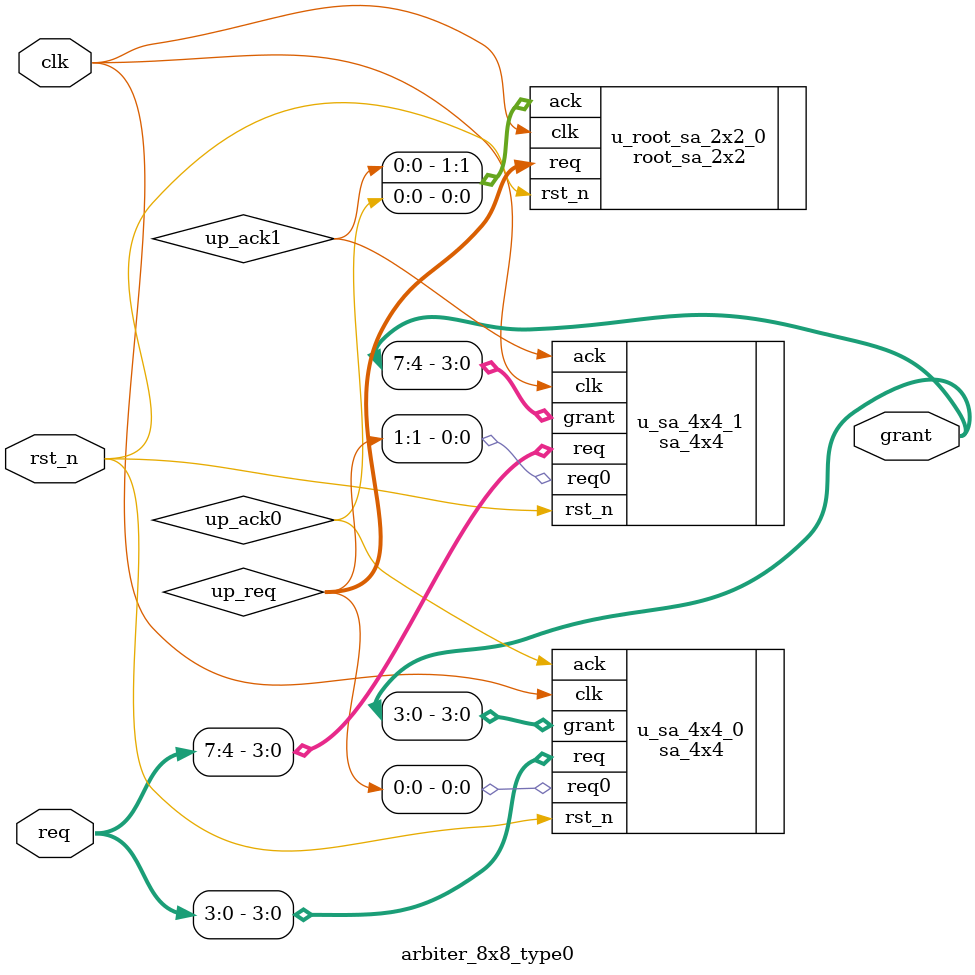
<source format=sv>

module arbiter_8x8_type0(
  input	       [7:0]	req,
  //input               ack,

  output logic [7:0]	grant,

  input		            clk,
  input		            rst_n
);

logic up_ack0, up_ack1;
logic [1:0] up_req;

sa_4x4 u_sa_4x4_0(
  .ack(up_ack0),
  .req(req[3:0]),

  .grant(grant[3:0]),
  .req0(up_req[0]),

  .clk,
  .rst_n
);

sa_4x4 u_sa_4x4_1(
  .ack(up_ack1),
  .req(req[7:4]),

  .grant(grant[7:4]),
  .req0(up_req[1]),

  .clk,
  .rst_n
);


root_sa_2x2 u_root_sa_2x2_0(
  .req(up_req),

  .ack({up_ack1,up_ack0}),

  .clk,
  .rst_n
);

endmodule


</source>
